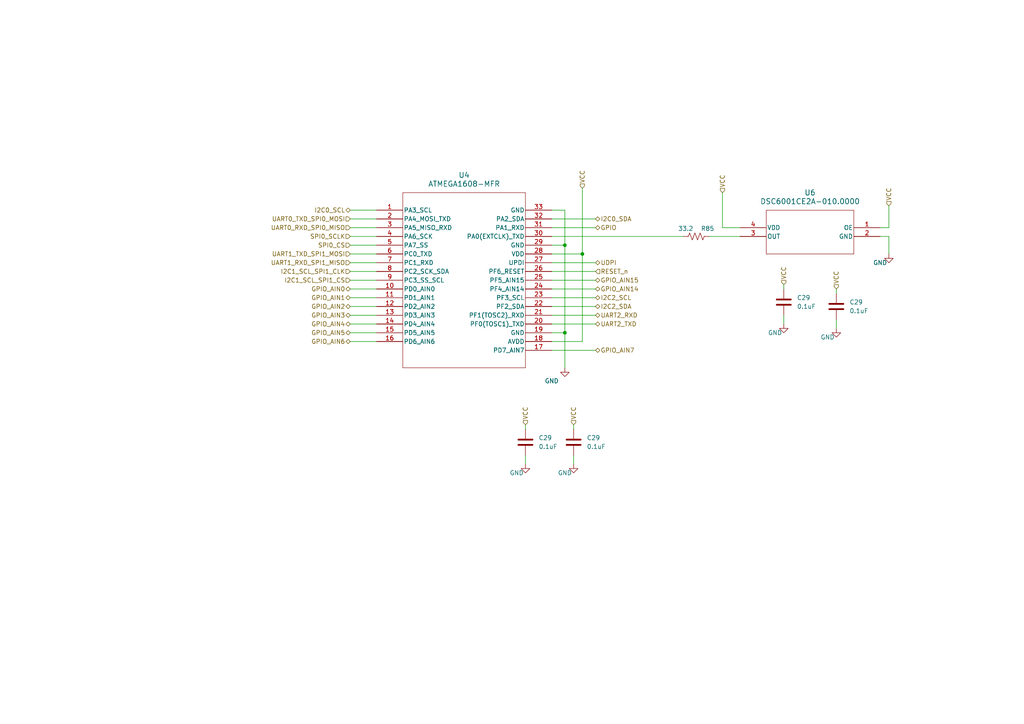
<source format=kicad_sch>
(kicad_sch (version 20230121) (generator eeschema)
  (paper "A4")
  (lib_symbols
    (symbol "2023-09-29_01-38-21:ATMEGA1608-MFR" (pin_names (offset 0.254))
      (property "Reference" "U4" (at 25.4 10.16 0))
      (property "Value" "ATMEGA1608-MFR" (at 25.4 7.62 0))
      (symbol "ATMEGA1608-MFR_0_1"
        (polyline (pts (xy 7.62 -45.72) (xy 43.18 -45.72)) (stroke (width 0.127)))
        (polyline (pts (xy 7.62 5.08) (xy 7.62 -45.72)) (stroke (width 0.127)))
        (polyline (pts (xy 43.18 -45.72) (xy 43.18 5.08)) (stroke (width 0.127)))
        (polyline (pts (xy 43.18 5.08) (xy 7.62 5.08)) (stroke (width 0.127)))
        (pin power_in line (at 50.8 -38.1 180) (length 7.62) (name "AVDD") (number "18"))
        (pin power_out line (at 50.8 -35.56 180) (length 7.62) (name "GND") (number "19"))
        (pin bidirectional line (at 50.8 -15.24 180) (length 7.62) (name "UPDI") (number "27"))
        (pin power_in line (at 50.8 -12.7 180) (length 7.62) (name "VDD") (number "28"))
        (pin power_out line (at 50.8 -10.16 180) (length 7.62) (name "GND") (number "29"))
        (pin power_out line (at 50.8 0 180) (length 7.62) (name "GND") (number "33"))
      )
      (symbol "ATMEGA1608-MFR_1_1"
        (pin bidirectional line (at 0 0 0) (length 7.62) (name "PA3_SCL") (number "1"))
        (pin bidirectional line (at 0 -22.86 0) (length 7.62) (name "PD0_AIN0") (number "10"))
        (pin bidirectional line (at 0 -25.4 0) (length 7.62) (name "PD1_AIN1") (number "11"))
        (pin bidirectional line (at 0 -27.94 0) (length 7.62) (name "PD2_AIN2") (number "12"))
        (pin bidirectional line (at 0 -30.48 0) (length 7.62) (name "PD3_AIN3") (number "13"))
        (pin bidirectional line (at 0 -33.02 0) (length 7.62) (name "PD4_AIN4") (number "14"))
        (pin bidirectional line (at 0 -35.56 0) (length 7.62) (name "PD5_AIN5") (number "15"))
        (pin bidirectional line (at 0 -38.1 0) (length 7.62) (name "PD6_AIN6") (number "16"))
        (pin bidirectional line (at 50.8 -40.64 180) (length 7.62) (name "PD7_AIN7") (number "17"))
        (pin bidirectional line (at 0 -2.54 0) (length 7.62) (name "PA4_MOSI_TXD") (number "2"))
        (pin bidirectional line (at 50.8 -33.02 180) (length 7.62) (name "PF0(TOSC1)_TXD") (number "20"))
        (pin bidirectional line (at 50.8 -30.48 180) (length 7.62) (name "PF1(TOSC2)_RXD") (number "21"))
        (pin bidirectional line (at 50.8 -27.94 180) (length 7.62) (name "PF2_SDA") (number "22"))
        (pin bidirectional line (at 50.8 -25.4 180) (length 7.62) (name "PF3_SCL") (number "23"))
        (pin bidirectional line (at 50.8 -22.86 180) (length 7.62) (name "PF4_AIN14") (number "24"))
        (pin bidirectional line (at 50.8 -20.32 180) (length 7.62) (name "PF5_AIN15") (number "25"))
        (pin bidirectional line (at 50.8 -17.78 180) (length 7.62) (name "PF6_RESET") (number "26"))
        (pin bidirectional line (at 0 -5.08 0) (length 7.62) (name "PA5_MISO_RXD") (number "3"))
        (pin bidirectional line (at 50.8 -7.62 180) (length 7.62) (name "PA0(EXTCLK)_TXD") (number "30"))
        (pin bidirectional line (at 50.8 -5.08 180) (length 7.62) (name "PA1_RXD") (number "31"))
        (pin bidirectional line (at 50.8 -2.54 180) (length 7.62) (name "PA2_SDA") (number "32"))
        (pin bidirectional line (at 0 -7.62 0) (length 7.62) (name "PA6_SCK") (number "4"))
        (pin bidirectional line (at 0 -10.16 0) (length 7.62) (name "PA7_SS") (number "5"))
        (pin bidirectional line (at 0 -12.7 0) (length 7.62) (name "PC0_TXD") (number "6"))
        (pin bidirectional line (at 0 -15.24 0) (length 7.62) (name "PC1_RXD") (number "7"))
        (pin bidirectional line (at 0 -17.78 0) (length 7.62) (name "PC2_SCK_SDA") (number "8"))
        (pin bidirectional line (at 0 -20.32 0) (length 7.62) (name "PC3_SS_SCL") (number "9"))
      )
    )
    (symbol "2023-09-30_01-44-26:DSC6001CE2A-010.0000" (pin_names (offset 0.254))
      (property "Reference" "U" (at 20.32 10.16 0))
      (property "Value" "DSC6001CE2A-010.0000" (at 20.32 7.62 0))
      (symbol "DSC6001CE2A-010.0000_0_1"
        (polyline (pts (xy 7.62 -7.62) (xy 33.02 -7.62)) (stroke (width 0.127)))
        (polyline (pts (xy 7.62 5.08) (xy 7.62 -7.62)) (stroke (width 0.127)))
        (polyline (pts (xy 33.02 -7.62) (xy 33.02 5.08)) (stroke (width 0.127)))
        (polyline (pts (xy 33.02 5.08) (xy 7.62 5.08)) (stroke (width 0.127)))
        (pin output line (at 0 0 0) (length 7.62) (name "OE") (number "1"))
        (pin power_out line (at 0 -2.54 0) (length 7.62) (name "GND") (number "2"))
        (pin output line (at 40.64 -2.54 180) (length 7.62) (name "OUT") (number "3"))
        (pin power_in line (at 40.64 0 180) (length 7.62) (name "VDD") (number "4"))
      )
    )
    (symbol "Device:C" (pin_numbers hide) (pin_names (offset 0.254))
      (property "Reference" "C" (at 0.635 2.54 0))
      (property "Value" "C" (at 0.635 -2.54 0))
      (symbol "C_0_1"
        (polyline (pts (xy -2.032 -0.762) (xy 2.032 -0.762)) (stroke (width 0.508)))
        (polyline (pts (xy -2.032 0.762) (xy 2.032 0.762)) (stroke (width 0.508)))
      )
      (symbol "C_1_1"
        (pin passive line (at 0 3.81 270) (length 2.794) (name "~") (number "1"))
        (pin passive line (at 0 -3.81 90) (length 2.794) (name "~") (number "2"))
      )
    )
    (symbol "Device:R_US" (pin_numbers hide) (pin_names (offset 0))
      (property "Reference" "R" (at 2.54 0 90))
      (property "Value" "R_US" (at -2.54 0 90))
      (symbol "R_US_0_1"
        (polyline (pts (xy 0 -2.286) (xy 0 -2.54)))
        (polyline (pts (xy 0 2.286) (xy 0 2.54)))
        (polyline (pts (xy 0 -0.762) (xy 1.016 -1.143) (xy 0 -1.524) (xy -1.016 -1.905) (xy 0 -2.286)))
        (polyline (pts (xy 0 0.762) (xy 1.016 0.381) (xy 0 0) (xy -1.016 -0.381) (xy 0 -0.762)))
        (polyline (pts (xy 0 2.286) (xy 1.016 1.905) (xy 0 1.524) (xy -1.016 1.143) (xy 0 0.762)))
      )
      (symbol "R_US_1_1"
        (pin passive line (at 0 3.81 270) (length 1.27) (name "~") (number "1"))
        (pin passive line (at 0 -3.81 90) (length 1.27) (name "~") (number "2"))
      )
    )
    (symbol "power:GND" (power) (pin_names (offset 0))
      (property "Value" "GND" (at 0 -3.81 0))
      (symbol "GND_0_1"
        (polyline (pts (xy 0 0) (xy 0 -1.27) (xy 1.27 -1.27) (xy 0 -2.54) (xy -1.27 -1.27) (xy 0 -1.27)))
      )
      (symbol "GND_1_1"
        (pin power_in line (at 0 0 270) (length 0) hide (name "GND") (number "1"))
      )
    )
  )
  (junction (at 163.83 96.52))
  (junction (at 163.83 71.12))
  (junction (at 168.91 73.66))
  (wire (pts (xy 257.81 66.04) (xy 255.27 66.04)))
  (wire (pts (xy 205.74 68.58) (xy 214.63 68.58)))
  (wire (pts (xy 101.6 91.44) (xy 109.22 91.44)))
  (wire (pts (xy 101.6 60.96) (xy 109.22 60.96)))
  (wire (pts (xy 160.02 68.58) (xy 198.12 68.58)))
  (wire (pts (xy 163.83 71.12) (xy 163.83 96.52)))
  (wire (pts (xy 172.72 93.98) (xy 160.02 93.98)))
  (wire (pts (xy 101.6 96.52) (xy 109.22 96.52)))
  (wire (pts (xy 163.83 60.96) (xy 163.83 71.12)))
  (wire (pts (xy 242.57 83.82) (xy 242.57 85.09)))
  (wire (pts (xy 172.72 83.82) (xy 160.02 83.82)))
  (wire (pts (xy 172.72 76.2) (xy 160.02 76.2)))
  (wire (pts (xy 163.83 106.68) (xy 163.83 96.52)))
  (wire (pts (xy 168.91 54.61) (xy 168.91 73.66)))
  (wire (pts (xy 160.02 99.06) (xy 168.91 99.06)))
  (wire (pts (xy 166.37 134.62) (xy 166.37 132.08)))
  (wire (pts (xy 101.6 71.12) (xy 109.22 71.12)))
  (wire (pts (xy 172.72 88.9) (xy 160.02 88.9)))
  (wire (pts (xy 172.72 78.74) (xy 160.02 78.74)))
  (wire (pts (xy 101.6 99.06) (xy 109.22 99.06)))
  (wire (pts (xy 163.83 96.52) (xy 160.02 96.52)))
  (wire (pts (xy 166.37 123.19) (xy 166.37 124.46)))
  (wire (pts (xy 152.4 134.62) (xy 152.4 132.08)))
  (wire (pts (xy 172.72 63.5) (xy 160.02 63.5)))
  (wire (pts (xy 101.6 93.98) (xy 109.22 93.98)))
  (wire (pts (xy 172.72 66.04) (xy 160.02 66.04)))
  (wire (pts (xy 160.02 60.96) (xy 163.83 60.96)))
  (wire (pts (xy 101.6 78.74) (xy 109.22 78.74)))
  (wire (pts (xy 101.6 66.04) (xy 109.22 66.04)))
  (wire (pts (xy 168.91 73.66) (xy 160.02 73.66)))
  (wire (pts (xy 101.6 63.5) (xy 109.22 63.5)))
  (wire (pts (xy 101.6 81.28) (xy 109.22 81.28)))
  (wire (pts (xy 101.6 73.66) (xy 109.22 73.66)))
  (wire (pts (xy 257.81 73.66) (xy 257.81 68.58)))
  (wire (pts (xy 209.55 66.04) (xy 214.63 66.04)))
  (wire (pts (xy 227.33 93.98) (xy 227.33 91.44)))
  (wire (pts (xy 172.72 86.36) (xy 160.02 86.36)))
  (wire (pts (xy 257.81 59.69) (xy 257.81 66.04)))
  (wire (pts (xy 172.72 91.44) (xy 160.02 91.44)))
  (wire (pts (xy 101.6 83.82) (xy 109.22 83.82)))
  (wire (pts (xy 242.57 95.25) (xy 242.57 92.71)))
  (wire (pts (xy 101.6 76.2) (xy 109.22 76.2)))
  (wire (pts (xy 160.02 71.12) (xy 163.83 71.12)))
  (wire (pts (xy 101.6 88.9) (xy 109.22 88.9)))
  (wire (pts (xy 257.81 68.58) (xy 255.27 68.58)))
  (wire (pts (xy 152.4 123.19) (xy 152.4 124.46)))
  (wire (pts (xy 172.72 81.28) (xy 160.02 81.28)))
  (wire (pts (xy 101.6 86.36) (xy 109.22 86.36)))
  (wire (pts (xy 209.55 55.88) (xy 209.55 66.04)))
  (wire (pts (xy 168.91 99.06) (xy 168.91 73.66)))
  (wire (pts (xy 101.6 68.58) (xy 109.22 68.58)))
  (wire (pts (xy 172.72 101.6) (xy 160.02 101.6)))
  (wire (pts (xy 227.33 82.55) (xy 227.33 83.82)))
  (hierarchical_label "I2C2_SCL" (shape bidirectional) (at 172.72 86.36 0))
  (hierarchical_label "GPIO_AIN5" (shape bidirectional) (at 101.6 96.52 180))
  (hierarchical_label "VCC" (shape input) (at 166.37 123.19 90))
  (hierarchical_label "GPIO_AIN14" (shape bidirectional) (at 172.72 83.82 0))
  (hierarchical_label "VCC" (shape input) (at 209.55 55.88 90))
  (hierarchical_label "RESET_n" (shape input) (at 172.72 78.74 0))
  (hierarchical_label "UART0_RXD_SPI0_MISO" (shape input) (at 101.6 66.04 180))
  (hierarchical_label "I2C0_SDA" (shape bidirectional) (at 172.72 63.5 0))
  (hierarchical_label "GPIO_AIN15" (shape bidirectional) (at 172.72 81.28 0))
  (hierarchical_label "UDPI" (shape bidirectional) (at 172.72 76.2 0))
  (hierarchical_label "VCC" (shape input) (at 227.33 82.55 90))
  (hierarchical_label "GPIO_AIN1" (shape bidirectional) (at 101.6 86.36 180))
  (hierarchical_label "UART1_RXD_SPI1_MISO" (shape input) (at 101.6 76.2 180))
  (hierarchical_label "VCC" (shape input) (at 257.81 59.69 90))
  (hierarchical_label "I2C1_SCL_SPI1_CS" (shape input) (at 101.6 81.28 180))
  (hierarchical_label "I2C2_SDA" (shape bidirectional) (at 172.72 88.9 0))
  (hierarchical_label "SPI0_CS" (shape input) (at 101.6 71.12 180))
  (hierarchical_label "GPIO" (shape bidirectional) (at 172.72 66.04 0))
  (hierarchical_label "SPI0_SCLK" (shape input) (at 101.6 68.58 180))
  (hierarchical_label "UART0_TXD_SPI0_MOSI" (shape input) (at 101.6 63.5 180))
  (hierarchical_label "UART2_TXD" (shape bidirectional) (at 172.72 93.98 0))
  (hierarchical_label "VCC" (shape input) (at 152.4 123.19 90))
  (hierarchical_label "UART1_TXD_SPI1_MOSI" (shape input) (at 101.6 73.66 180))
  (hierarchical_label "GPIO_AIN2" (shape bidirectional) (at 101.6 88.9 180))
  (hierarchical_label "GPIO_AIN7" (shape bidirectional) (at 172.72 101.6 0))
  (hierarchical_label "GPIO_AIN6" (shape bidirectional) (at 101.6 99.06 180))
  (hierarchical_label "I2C1_SCL_SPI1_CLK" (shape input) (at 101.6 78.74 180))
  (hierarchical_label "I2C0_SCL" (shape bidirectional) (at 101.6 60.96 180))
  (hierarchical_label "GPIO_AIN0" (shape bidirectional) (at 101.6 83.82 180))
  (hierarchical_label "UART2_RXD" (shape bidirectional) (at 172.72 91.44 0))
  (hierarchical_label "VCC" (shape input) (at 168.91 54.61 90))
  (hierarchical_label "VCC" (shape input) (at 242.57 83.82 90))
  (hierarchical_label "GPIO_AIN4" (shape bidirectional) (at 101.6 93.98 180))
  (hierarchical_label "GPIO_AIN3" (shape bidirectional) (at 101.6 91.44 180))
  (symbol (lib_id "2023-09-29_01-38-21:ATMEGA1608-MFR") (at 109.22 60.96 0) (unit 1)
    (property "Reference" "U4" (at 134.62 50.8 0) (effects (font (size 1.524 1.524))))
    (property "Value" "ATMEGA1608-MFR" (at 134.62 53.34 0) (effects (font (size 1.524 1.524))))
    (property "Footprint" "atmega:VQFN32_RXB_MCH-M" (effects hide))
    (property "Datasheet" "ATMEGA1608-MFR" (effects hide))
  )
  (symbol (lib_id "2023-09-30_01-44-26:DSC6001CE2A-010.0000") (at 255.27 66.04 0) (mirror y) (unit 1)
    (property "Reference" "U6" (at 234.95 55.88 0) (effects (font (size 1.524 1.524))))
    (property "Value" "DSC6001CE2A-010.0000" (at 234.95 58.42 0) (effects (font (size 1.524 1.524))))
    (property "Footprint" "DFN4_3.2X2.5_MCH" (effects hide))
    (property "Datasheet" "DSC6001CE2A-010.0000" (effects hide))
  )
  (symbol (lib_id "power:GND") (at 166.37 134.62 0) (unit 1)
    (property "Reference" "#PWR064" (effects hide))
    (property "Value" "GND" (at 163.83 137.16 0))
    (instances (project "DaisySeedBreakout" (path "" (reference "#PWR064") (unit 1)) (path "" (reference "#PWR075") (unit 1))))
  )
  (symbol (lib_id "power:GND") (at 257.81 73.66 0) (unit 1)
    (property "Reference" "#PWR064" (effects hide))
    (property "Value" "GND" (at 255.27 76.2 0))
    (instances (project "DaisySeedBreakout" (path "" (reference "#PWR064") (unit 1)) (path "" (reference "#PWR079") (unit 1))))
  )
  (symbol (lib_id "Device:C") (at 166.37 128.27 0) (unit 1)
    (property "Reference" "C29" (at 170.18 127 0) (effects (justify left)))
    (property "Value" "0.1uF" (at 170.18 129.54 0) (effects (justify left)))
    (property "Footprint" "Capacitor_SMD:C_0402_1005Metric" (effects hide))
    (instances (project "DaisySeedBreakout" (path "" (reference "C29") (unit 1)) (path "" (reference "C36") (unit 1))))
  )
  (symbol (lib_id "power:GND") (at 227.33 93.98 0) (unit 1)
    (property "Reference" "#PWR064" (effects hide))
    (property "Value" "GND" (at 224.79 96.52 0))
    (instances (project "DaisySeedBreakout" (path "" (reference "#PWR064") (unit 1)) (path "" (reference "#PWR077") (unit 1))))
  )
  (symbol (lib_id "Device:C") (at 227.33 87.63 0) (unit 1)
    (property "Reference" "C29" (at 231.14 86.36 0) (effects (justify left)))
    (property "Value" "0.1uF" (at 231.14 88.9 0) (effects (justify left)))
    (property "Footprint" "Capacitor_SMD:C_0402_1005Metric" (effects hide))
    (instances (project "DaisySeedBreakout" (path "" (reference "C29") (unit 1)) (path "" (reference "C37") (unit 1))))
  )
  (symbol (lib_id "Device:C") (at 152.4 128.27 0) (unit 1)
    (property "Reference" "C29" (at 156.21 127 0) (effects (justify left)))
    (property "Value" "0.1uF" (at 156.21 129.54 0) (effects (justify left)))
    (property "Footprint" "Capacitor_SMD:C_0402_1005Metric" (effects hide))
    (instances (project "DaisySeedBreakout" (path "" (reference "C29") (unit 1)) (path "" (reference "C31") (unit 1))))
  )
  (symbol (lib_id "power:GND") (at 152.4 134.62 0) (unit 1)
    (property "Reference" "#PWR064" (effects hide))
    (property "Value" "GND" (at 149.86 137.16 0))
    (instances (project "DaisySeedBreakout" (path "" (reference "#PWR064") (unit 1)) (path "" (reference "#PWR076") (unit 1))))
  )
  (symbol (lib_id "Device:R_US") (at 201.93 68.58 270) (unit 1)
    (property "Reference" "R85" (at 205.232 66.294 90))
    (property "Value" "33.2" (at 198.882 66.294 90))
    (property "Footprint" "Resistor_SMD:R_0402_1005Metric" (effects hide))
    (property "Specks" "0402" (effects hide))
    (instances (project "DaisySeedBreakout" (path "" (reference "R85") (unit 1)) (path "" (reference "R32") (unit 1)) (path "" (reference "R95") (unit 1))))
  )
  (symbol (lib_id "Device:C") (at 242.57 88.9 0) (unit 1)
    (property "Reference" "C29" (at 246.38 87.63 0) (effects (justify left)))
    (property "Value" "0.1uF" (at 246.38 90.17 0) (effects (justify left)))
    (property "Footprint" "Capacitor_SMD:C_0402_1005Metric" (effects hide))
    (instances (project "DaisySeedBreakout" (path "" (reference "C29") (unit 1)) (path "" (reference "C38") (unit 1))))
  )
  (symbol (lib_id "power:GND") (at 242.57 95.25 0) (unit 1)
    (property "Reference" "#PWR064" (effects hide))
    (property "Value" "GND" (at 240.03 97.79 0))
    (instances (project "DaisySeedBreakout" (path "" (reference "#PWR064") (unit 1)) (path "" (reference "#PWR078") (unit 1))))
  )
  (symbol (lib_id "power:GND") (at 163.83 106.68 0) (unit 1)
    (property "Reference" "#PWR064" (effects hide))
    (property "Value" "GND" (at 160.02 110.49 0))
    (instances (project "DaisySeedBreakout" (path "" (reference "#PWR064") (unit 1)) (path "" (reference "#PWR074") (unit 1))))
  )
)
</source>
